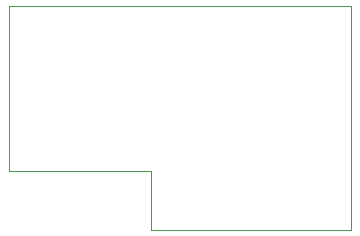
<source format=gm1>
G04 #@! TF.GenerationSoftware,KiCad,Pcbnew,(5.1.0)-1*
G04 #@! TF.CreationDate,2019-09-23T13:55:02-04:00*
G04 #@! TF.ProjectId,RGBMount,5247424d-6f75-46e7-942e-6b696361645f,rev?*
G04 #@! TF.SameCoordinates,Original*
G04 #@! TF.FileFunction,Profile,NP*
%FSLAX46Y46*%
G04 Gerber Fmt 4.6, Leading zero omitted, Abs format (unit mm)*
G04 Created by KiCad (PCBNEW (5.1.0)-1) date 2019-09-23 13:55:02*
%MOMM*%
%LPD*%
G04 APERTURE LIST*
%ADD10C,0.050000*%
G04 APERTURE END LIST*
D10*
X129000000Y-113000000D02*
X129000000Y-100000000D01*
X100000000Y-108000000D02*
X100000000Y-94000000D01*
X112000000Y-113000000D02*
X115000000Y-113000000D01*
X112000000Y-108000000D02*
X100000000Y-108000000D01*
X129000000Y-94000000D02*
X129000000Y-100000000D01*
X112000000Y-113000000D02*
X112000000Y-108000000D01*
X115000000Y-113000000D02*
X129000000Y-113000000D01*
X129000000Y-94000000D02*
X129000000Y-100000000D01*
X100000000Y-94000000D02*
X129000000Y-94000000D01*
M02*

</source>
